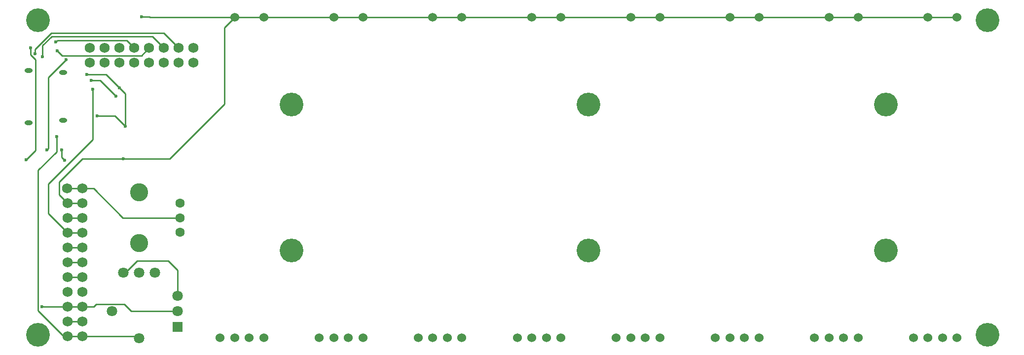
<source format=gbr>
G04 #@! TF.FileFunction,Copper,L2,Bot,Signal*
%FSLAX46Y46*%
G04 Gerber Fmt 4.6, Leading zero omitted, Abs format (unit mm)*
G04 Created by KiCad (PCBNEW 4.0.4-stable) date 07/11/17 15:37:42*
%MOMM*%
%LPD*%
G01*
G04 APERTURE LIST*
%ADD10C,0.100000*%
%ADD11C,1.727200*%
%ADD12C,4.064000*%
%ADD13C,3.100000*%
%ADD14C,1.600000*%
%ADD15R,1.800000X1.800000*%
%ADD16C,1.800000*%
%ADD17C,1.524000*%
%ADD18O,1.400000X0.800000*%
%ADD19C,0.600000*%
%ADD20C,0.250000*%
G04 APERTURE END LIST*
D10*
D11*
X10620000Y3725000D03*
X10620000Y6265000D03*
X10620000Y8805000D03*
D12*
X148500000Y18500000D03*
X97500000Y18500000D03*
X46500000Y18500000D03*
X148500000Y43500000D03*
X46500000Y43500000D03*
X97500000Y43500000D03*
D11*
X8080000Y3725000D03*
X8080000Y6265000D03*
X8080000Y8805000D03*
X8000000Y29125000D03*
D13*
X20320000Y19699800D03*
X20320000Y28488200D03*
D14*
X27330400Y21594000D03*
X27330400Y24094000D03*
X27330400Y26594000D03*
D11*
X8080000Y21505000D03*
X10620000Y21505000D03*
X8080000Y24045000D03*
X10620000Y24045000D03*
X8080000Y13885000D03*
X10620000Y13885000D03*
X8080000Y18965000D03*
X10620000Y18965000D03*
X8080000Y16425000D03*
X10620000Y16425000D03*
X8080000Y11345000D03*
X10620000Y11345000D03*
X8080000Y26585000D03*
X10620000Y26585000D03*
D12*
X166000000Y58000000D03*
X166000000Y4000000D03*
X3000000Y4000000D03*
X3000000Y58000000D03*
D15*
X26920000Y5331400D03*
D16*
X26920000Y8031400D03*
X26920000Y10706400D03*
X23020000Y14631400D03*
X20320000Y14631400D03*
X17620000Y14631400D03*
X15720000Y8031400D03*
X20320000Y3431400D03*
D11*
X10620000Y29125000D03*
D17*
X34250000Y3500000D03*
X39250000Y3500000D03*
X36750000Y3500000D03*
X41750000Y3500000D03*
X36750000Y58500000D03*
X41750000Y58500000D03*
X51250000Y3500000D03*
X56250000Y3500000D03*
X53750000Y3500000D03*
X58750000Y3500000D03*
X53750000Y58500000D03*
X58750000Y58500000D03*
X68250000Y3500000D03*
X73250000Y3500000D03*
X70750000Y3500000D03*
X75750000Y3500000D03*
X70750000Y58500000D03*
X75750000Y58500000D03*
X85250000Y3500000D03*
X90250000Y3500000D03*
X87750000Y3500000D03*
X92750000Y3500000D03*
X87750000Y58500000D03*
X92750000Y58500000D03*
X102250000Y3500000D03*
X107250000Y3500000D03*
X104750000Y3500000D03*
X109750000Y3500000D03*
X104750000Y58500000D03*
X109750000Y58500000D03*
X119250000Y3500000D03*
X124250000Y3500000D03*
X121750000Y3500000D03*
X126750000Y3500000D03*
X121750000Y58500000D03*
X126750000Y58500000D03*
X136250000Y3500000D03*
X141250000Y3500000D03*
X138750000Y3500000D03*
X143750000Y3500000D03*
X138750000Y58500000D03*
X143750000Y58500000D03*
X153250000Y3500000D03*
X158250000Y3500000D03*
X155750000Y3500000D03*
X160750000Y3500000D03*
X155750000Y58500000D03*
X160750000Y58500000D03*
D18*
X1349000Y49395000D03*
X1349000Y40415000D03*
X7299000Y49035000D03*
X7299000Y40775000D03*
D11*
X29670000Y50715000D03*
X29670000Y53255000D03*
X11890000Y50715000D03*
X11890000Y53255000D03*
X14430000Y50715000D03*
X14430000Y53255000D03*
X16970000Y50715000D03*
X16970000Y53255000D03*
X19510000Y50715000D03*
X19510000Y53255000D03*
X22050000Y50715000D03*
X22050000Y53255000D03*
X24590000Y50715000D03*
X24590000Y53255000D03*
X27130000Y50715000D03*
X27130000Y53255000D03*
D19*
X11382000Y48683000D03*
X16970000Y46397000D03*
X13160000Y41571000D03*
X17986000Y39793000D03*
X20780000Y58589000D03*
X17605000Y34205000D03*
X12144000Y47667000D03*
X16348078Y44998235D03*
X7064000Y35728998D03*
X4524000Y35729000D03*
X7572000Y33951000D03*
X7826000Y51223000D03*
X1730000Y53255000D03*
X968000Y34078000D03*
X3635000Y8805000D03*
X6175000Y38015000D03*
X2492000Y52239000D03*
X3762000Y51731000D03*
X6302000Y52747000D03*
X6048000Y54271000D03*
X12398000Y46143000D03*
D20*
X11806264Y48683000D02*
X11382000Y48683000D01*
X16970000Y46397000D02*
X14684000Y48683000D01*
X14684000Y48683000D02*
X11806264Y48683000D01*
X17269999Y46097001D02*
X16970000Y46397000D01*
X17986000Y39793000D02*
X17986000Y45381000D01*
X17986000Y45381000D02*
X17269999Y46097001D01*
X17620000Y14631400D02*
X17970400Y14631400D01*
X17970400Y14631400D02*
X20018000Y16679000D01*
X20018000Y16679000D02*
X25352000Y16679000D01*
X25352000Y16679000D02*
X26920000Y15111000D01*
X26920000Y15111000D02*
X26920000Y10706400D01*
X13160000Y41571000D02*
X16208000Y41571000D01*
X16208000Y41571000D02*
X17986000Y39793000D01*
X87750000Y58500000D02*
X92750000Y58500000D01*
X87750000Y58500000D02*
X75750000Y58500000D01*
X104750000Y58500000D02*
X105827630Y58500000D01*
X105827630Y58500000D02*
X109750000Y58500000D01*
X104750000Y58500000D02*
X92750000Y58500000D01*
X58750000Y58500000D02*
X70750000Y58500000D01*
X58750000Y58500000D02*
X53750000Y58500000D01*
X41750000Y58500000D02*
X36750000Y58500000D01*
X75750000Y58500000D02*
X70750000Y58500000D01*
X155750000Y58500000D02*
X160750000Y58500000D01*
X143750000Y58500000D02*
X155750000Y58500000D01*
X138750000Y58500000D02*
X143750000Y58500000D01*
X126750000Y58500000D02*
X138750000Y58500000D01*
X121750000Y58500000D02*
X126750000Y58500000D01*
X121750000Y58500000D02*
X109750000Y58500000D01*
X126750000Y58500000D02*
X146750000Y58500000D01*
X146750000Y58500000D02*
X155750000Y58500000D01*
X17605000Y34205000D02*
X25606000Y34205000D01*
X25606000Y34205000D02*
X35004000Y43603000D01*
X35004000Y43603000D02*
X35004000Y56754000D01*
X35004000Y56754000D02*
X36750000Y58500000D01*
X20780000Y58589000D02*
X22126000Y58589000D01*
X22126000Y58589000D02*
X22215000Y58500000D01*
X17180736Y34205000D02*
X17605000Y34205000D01*
X6625011Y30210011D02*
X10620000Y34205000D01*
X6625011Y28039989D02*
X6625011Y30210011D01*
X8080000Y26585000D02*
X6625011Y28039989D01*
X10620000Y34205000D02*
X17180736Y34205000D01*
X41750000Y58500000D02*
X51750000Y58500000D01*
X51750000Y58500000D02*
X56750000Y58500000D01*
X56750000Y58500000D02*
X66750000Y58500000D01*
X66750000Y58500000D02*
X71750000Y58500000D01*
X71750000Y58500000D02*
X81750000Y58500000D01*
X81750000Y58500000D02*
X86750000Y58500000D01*
X86750000Y58500000D02*
X96750000Y58500000D01*
X96750000Y58500000D02*
X101750000Y58500000D01*
X101750000Y58500000D02*
X111750000Y58500000D01*
X111750000Y58500000D02*
X116750000Y58500000D01*
X116750000Y58500000D02*
X126750000Y58500000D01*
X22215000Y58500000D02*
X36750000Y58500000D01*
X8080000Y26585000D02*
X10620000Y26585000D01*
X8080000Y16425000D02*
X10620000Y16425000D01*
X8080000Y18965000D02*
X10620000Y18965000D01*
X10620000Y13885000D02*
X8080000Y13885000D01*
X16348078Y44998235D02*
X13679313Y47667000D01*
X13679313Y47667000D02*
X12568264Y47667000D01*
X12568264Y47667000D02*
X12144000Y47667000D01*
X10620000Y24045000D02*
X8080000Y24045000D01*
X7572000Y33951000D02*
X7064000Y34459000D01*
X7064000Y35304734D02*
X7064000Y35728998D01*
X7064000Y34459000D02*
X7064000Y35304734D01*
X7826000Y51223000D02*
X4778000Y48175000D01*
X4778000Y48175000D02*
X4778000Y35983000D01*
X4778000Y35983000D02*
X4524000Y35729000D01*
X10620000Y29125000D02*
X8000000Y29125000D01*
X17556000Y24094000D02*
X12525000Y29125000D01*
X12525000Y29125000D02*
X10620000Y29125000D01*
X27330400Y24094000D02*
X17556000Y24094000D01*
X1730000Y52830736D02*
X1730000Y53255000D01*
X2537999Y51267997D02*
X1730000Y52075996D01*
X2537999Y35647999D02*
X2537999Y51267997D01*
X968000Y34078000D02*
X2537999Y35647999D01*
X1730000Y52075996D02*
X1730000Y52830736D01*
X3635000Y8805000D02*
X8080000Y8805000D01*
X26920000Y8031400D02*
X19013600Y8031400D01*
X19013600Y8031400D02*
X17788599Y9256401D01*
X17788599Y9256401D02*
X12976401Y9256401D01*
X12976401Y9256401D02*
X12525000Y8805000D01*
X12525000Y8805000D02*
X11890000Y8805000D01*
X11890000Y8805000D02*
X10620000Y8805000D01*
X8080000Y8805000D02*
X10620000Y8805000D01*
X8080000Y6265000D02*
X10620000Y6265000D01*
X8080000Y3725000D02*
X7400000Y3725000D01*
X7400000Y3725000D02*
X3009999Y8115001D01*
X3009999Y8115001D02*
X3009999Y32273995D01*
X3009999Y32273995D02*
X6175000Y35438996D01*
X6175000Y35438996D02*
X6175000Y37590736D01*
X6175000Y37590736D02*
X6175000Y38015000D01*
X10620000Y3725000D02*
X20026400Y3725000D01*
X20026400Y3725000D02*
X20320000Y3431400D01*
X8080000Y3725000D02*
X10620000Y3725000D01*
X2492000Y53038415D02*
X2492000Y52663264D01*
X27130000Y53255000D02*
X24590000Y55795000D01*
X2492000Y52663264D02*
X2492000Y52239000D01*
X5248585Y55795000D02*
X2492000Y53038415D01*
X24590000Y55795000D02*
X5248585Y55795000D01*
X3762000Y52155264D02*
X3762000Y51731000D01*
X22615989Y55229011D02*
X5319007Y55229011D01*
X3762000Y53672004D02*
X3762000Y52155264D01*
X5319007Y55229011D02*
X3762000Y53672004D01*
X24590000Y53255000D02*
X22615989Y55229011D01*
X20733999Y51938999D02*
X7110001Y51938999D01*
X7110001Y51938999D02*
X6601999Y52447001D01*
X22050000Y53255000D02*
X20733999Y51938999D01*
X6601999Y52447001D02*
X6302000Y52747000D01*
X18194001Y54570999D02*
X6347999Y54570999D01*
X19510000Y53255000D02*
X18194001Y54570999D01*
X6347999Y54570999D02*
X6048000Y54271000D01*
X12398000Y45718736D02*
X12398000Y46143000D01*
X12398000Y37507000D02*
X12398000Y45718736D01*
X8080000Y21505000D02*
X4778000Y24807000D01*
X4778000Y29887000D02*
X12398000Y37507000D01*
X4778000Y24807000D02*
X4778000Y29887000D01*
X10620000Y21505000D02*
X8080000Y21505000D01*
M02*

</source>
